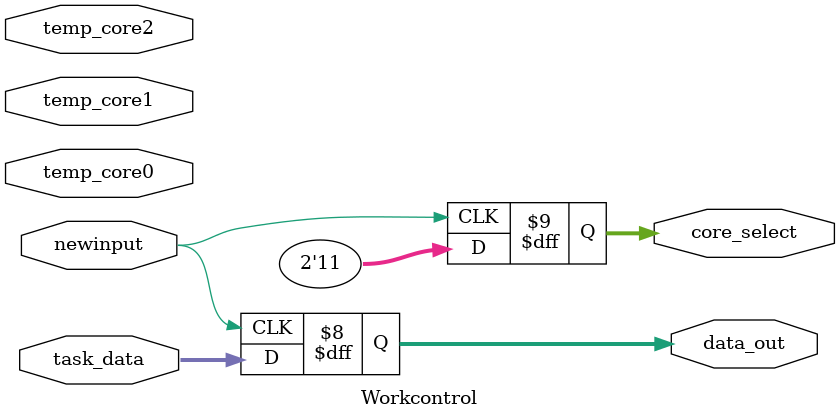
<source format=v>
`timescale 1ns / 1ps

module Workcontrol(
input newinput,              //tells us when there's new data to be processed
input wire [7:0] temp_core0,
input wire [7:0] temp_core1,
input wire [7:0] temp_core2,
input wire [15:0] task_data,
output reg [15:0] data_out,
output reg [1:0] core_select
    );
    
 localparam Threshold = 8'd75; // threshold in celsius
    
always @(posedge newinput)
begin
    data_out <= task_data;


      //compare and assign to least hot.
        if (temp_core0 <= temp_core1 && temp_core0 <= temp_core2) begin
        core_select <= 2'b00;
        end
        else if (temp_core1 <= temp_core0 && temp_core1 <= temp_core2) begin
        core_select <= 2'b01;
        end
        else begin
        core_select <= 2'b10;
        end

    #5 // delay for 5 nanosecond for core to take in data
    core_select <= 2'b11; //set to no core selected
    
end
   

endmodule

</source>
